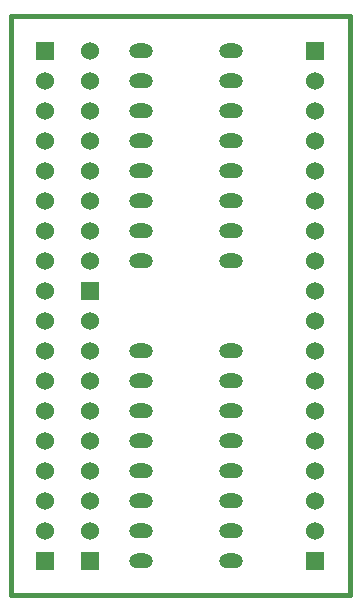
<source format=gbs>
G04 (created by PCBNEW (2013-01-23 BZR 3920)-testing) date Thu 24 Jan 2013 01:11:53 AM CET*
%MOIN*%
G04 Gerber Fmt 3.4, Leading zero omitted, Abs format*
%FSLAX34Y34*%
G01*
G70*
G90*
G04 APERTURE LIST*
%ADD10C,2.3622e-06*%
%ADD11C,0.015*%
%ADD12O,0.08X0.05*%
%ADD13R,0.06X0.06*%
%ADD14C,0.06*%
G04 APERTURE END LIST*
G54D10*
G54D11*
X64950Y-33050D02*
X64950Y-13750D01*
X76250Y-33050D02*
X76250Y-13750D01*
X64950Y-33050D02*
X76250Y-33050D01*
X64950Y-13750D02*
X76250Y-13750D01*
G54D12*
X72300Y-31900D03*
X72300Y-30900D03*
X72300Y-29900D03*
X72300Y-28900D03*
X72300Y-27900D03*
X72300Y-26900D03*
X72300Y-25900D03*
X72300Y-24900D03*
X69300Y-24900D03*
X69300Y-25900D03*
X69300Y-26900D03*
X69300Y-27900D03*
X69300Y-28900D03*
X69300Y-29900D03*
X69300Y-30900D03*
X69300Y-31900D03*
X72300Y-21900D03*
X72300Y-20900D03*
X72300Y-19900D03*
X72300Y-18900D03*
X72300Y-17900D03*
X72300Y-16900D03*
X72300Y-15900D03*
X72300Y-14900D03*
X69300Y-14900D03*
X69300Y-15900D03*
X69300Y-16900D03*
X69300Y-17900D03*
X69300Y-18900D03*
X69300Y-19900D03*
X69300Y-20900D03*
X69300Y-21900D03*
G54D13*
X67600Y-31900D03*
G54D14*
X67600Y-30900D03*
X67600Y-29900D03*
X67600Y-28900D03*
X67600Y-27900D03*
X67600Y-26900D03*
X67600Y-25900D03*
X67600Y-24900D03*
X67600Y-23900D03*
G54D13*
X66100Y-14900D03*
G54D14*
X66100Y-15900D03*
X66100Y-16900D03*
X66100Y-17900D03*
X66100Y-18900D03*
X66100Y-19900D03*
X66100Y-20900D03*
X66100Y-21900D03*
X66100Y-22900D03*
G54D13*
X66100Y-31900D03*
G54D14*
X66100Y-30900D03*
X66100Y-29900D03*
X66100Y-28900D03*
X66100Y-27900D03*
X66100Y-26900D03*
X66100Y-25900D03*
X66100Y-24900D03*
X66100Y-23900D03*
G54D13*
X75100Y-31900D03*
G54D14*
X75100Y-30900D03*
X75100Y-29900D03*
X75100Y-28900D03*
X75100Y-27900D03*
X75100Y-26900D03*
X75100Y-25900D03*
X75100Y-24900D03*
X75100Y-23900D03*
G54D13*
X75100Y-14900D03*
G54D14*
X75100Y-15900D03*
X75100Y-16900D03*
X75100Y-17900D03*
X75100Y-18900D03*
X75100Y-19900D03*
X75100Y-20900D03*
X75100Y-21900D03*
X75100Y-22900D03*
G54D13*
X67600Y-22900D03*
G54D14*
X67600Y-21900D03*
X67600Y-20900D03*
X67600Y-19900D03*
X67600Y-18900D03*
X67600Y-17900D03*
X67600Y-16900D03*
X67600Y-15900D03*
X67600Y-14900D03*
M02*

</source>
